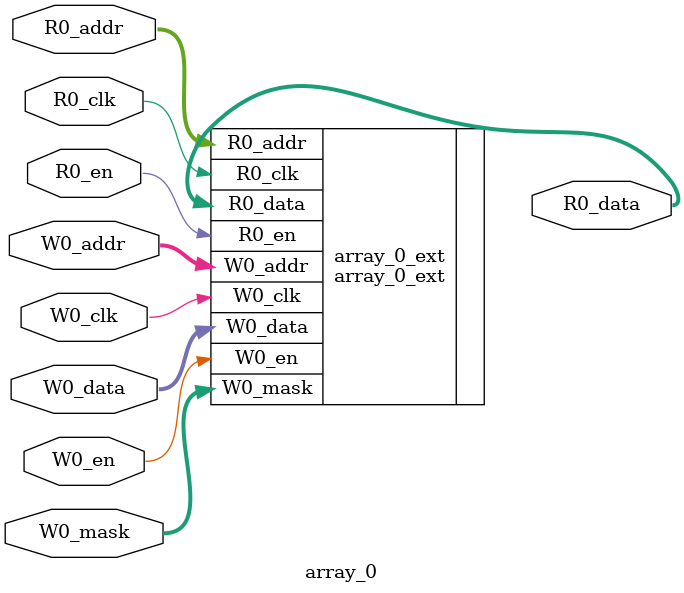
<source format=sv>
`ifndef RANDOMIZE
  `ifdef RANDOMIZE_MEM_INIT
    `define RANDOMIZE
  `endif // RANDOMIZE_MEM_INIT
`endif // not def RANDOMIZE
`ifndef RANDOMIZE
  `ifdef RANDOMIZE_REG_INIT
    `define RANDOMIZE
  `endif // RANDOMIZE_REG_INIT
`endif // not def RANDOMIZE

`ifndef RANDOM
  `define RANDOM $random
`endif // not def RANDOM

// Users can define INIT_RANDOM as general code that gets injected into the
// initializer block for modules with registers.
`ifndef INIT_RANDOM
  `define INIT_RANDOM
`endif // not def INIT_RANDOM

// If using random initialization, you can also define RANDOMIZE_DELAY to
// customize the delay used, otherwise 0.002 is used.
`ifndef RANDOMIZE_DELAY
  `define RANDOMIZE_DELAY 0.002
`endif // not def RANDOMIZE_DELAY

// Define INIT_RANDOM_PROLOG_ for use in our modules below.
`ifndef INIT_RANDOM_PROLOG_
  `ifdef RANDOMIZE
    `ifdef VERILATOR
      `define INIT_RANDOM_PROLOG_ `INIT_RANDOM
    `else  // VERILATOR
      `define INIT_RANDOM_PROLOG_ `INIT_RANDOM #`RANDOMIZE_DELAY begin end
    `endif // VERILATOR
  `else  // RANDOMIZE
    `define INIT_RANDOM_PROLOG_
  `endif // RANDOMIZE
`endif // not def INIT_RANDOM_PROLOG_

// Include register initializers in init blocks unless synthesis is set
`ifndef SYNTHESIS
  `ifndef ENABLE_INITIAL_REG_
    `define ENABLE_INITIAL_REG_
  `endif // not def ENABLE_INITIAL_REG_
`endif // not def SYNTHESIS

// Include rmemory initializers in init blocks unless synthesis is set
`ifndef SYNTHESIS
  `ifndef ENABLE_INITIAL_MEM_
    `define ENABLE_INITIAL_MEM_
  `endif // not def ENABLE_INITIAL_MEM_
`endif // not def SYNTHESIS

// Standard header to adapt well known macros for prints and assertions.

// Users can define 'PRINTF_COND' to add an extra gate to prints.
`ifndef PRINTF_COND_
  `ifdef PRINTF_COND
    `define PRINTF_COND_ (`PRINTF_COND)
  `else  // PRINTF_COND
    `define PRINTF_COND_ 1
  `endif // PRINTF_COND
`endif // not def PRINTF_COND_

// Users can define 'ASSERT_VERBOSE_COND' to add an extra gate to assert error printing.
`ifndef ASSERT_VERBOSE_COND_
  `ifdef ASSERT_VERBOSE_COND
    `define ASSERT_VERBOSE_COND_ (`ASSERT_VERBOSE_COND)
  `else  // ASSERT_VERBOSE_COND
    `define ASSERT_VERBOSE_COND_ 1
  `endif // ASSERT_VERBOSE_COND
`endif // not def ASSERT_VERBOSE_COND_

// Users can define 'STOP_COND' to add an extra gate to stop conditions.
`ifndef STOP_COND_
  `ifdef STOP_COND
    `define STOP_COND_ (`STOP_COND)
  `else  // STOP_COND
    `define STOP_COND_ 1
  `endif // STOP_COND
`endif // not def STOP_COND_

module array_0(	// ventus/src/SRAMTemplate/SRAMTemplate.scala:96:26
  input  [7:0]    R0_addr,
  input           R0_en,
                  R0_clk,
  output [2047:0] R0_data,
  input  [7:0]    W0_addr,
  input           W0_en,
                  W0_clk,
  input  [2047:0] W0_data,
  input  [1:0]    W0_mask
);

  array_0_ext array_0_ext (	// ventus/src/SRAMTemplate/SRAMTemplate.scala:96:26
    .R0_addr (R0_addr),
    .R0_en   (R0_en),
    .R0_clk  (R0_clk),
    .R0_data (R0_data),
    .W0_addr (W0_addr),
    .W0_en   (W0_en),
    .W0_clk  (W0_clk),
    .W0_data (W0_data),
    .W0_mask (W0_mask)
  );
endmodule


</source>
